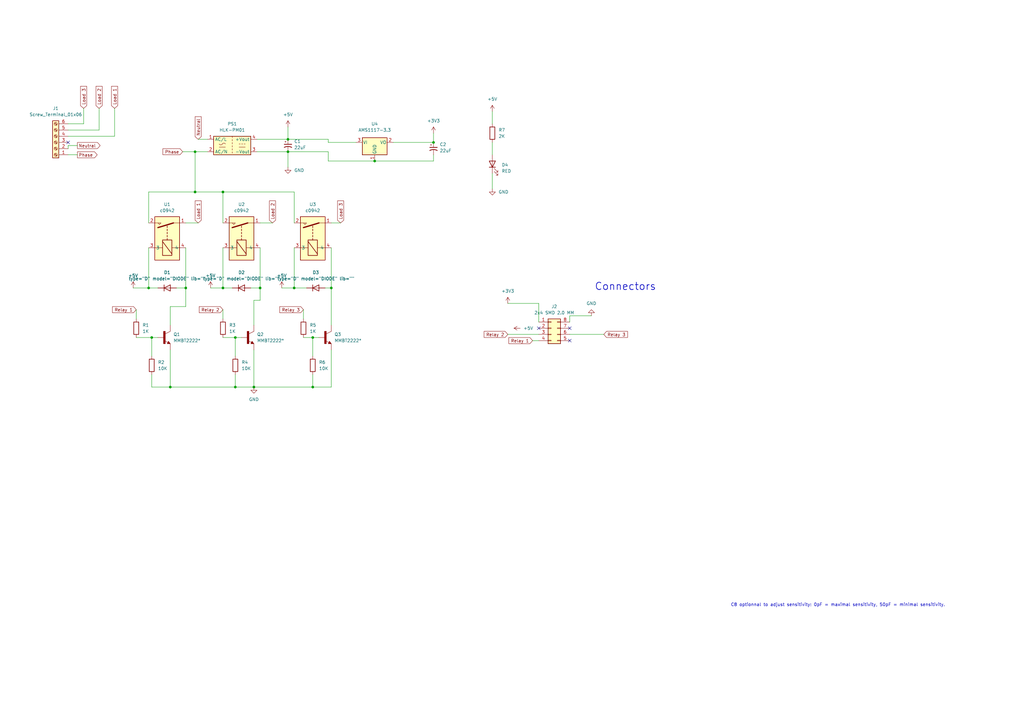
<source format=kicad_sch>
(kicad_sch (version 20211123) (generator eeschema)
  (paper "A3")
  (lib_symbols
    (symbol "Connector:Screw_Terminal_01x06" (pin_names (offset 1.016) hide)
      (property "Reference" "J" (at 0 7.62 0))
      (property "Value" "Screw_Terminal_01x06" (at 0 -10.16 0))
      (symbol "Screw_Terminal_01x06_1_1"
        (rectangle (start -1.27 6.35) (end 1.27 -8.89) (stroke (width 0.254)) (fill (type background)))
        (circle (center 0 -7.62) (radius 0.635) (stroke (width 0.1524)))
        (circle (center 0 -5.08) (radius 0.635) (stroke (width 0.1524)))
        (circle (center 0 -2.54) (radius 0.635) (stroke (width 0.1524)))
        (polyline (pts (xy -0.5334 -7.2898) (xy 0.3302 -8.128)) (stroke (width 0.1524)))
        (polyline (pts (xy -0.5334 -4.7498) (xy 0.3302 -5.588)) (stroke (width 0.1524)))
        (polyline (pts (xy -0.5334 -2.2098) (xy 0.3302 -3.048)) (stroke (width 0.1524)))
        (polyline (pts (xy -0.5334 0.3302) (xy 0.3302 -0.508)) (stroke (width 0.1524)))
        (polyline (pts (xy -0.5334 2.8702) (xy 0.3302 2.032)) (stroke (width 0.1524)))
        (polyline (pts (xy -0.5334 5.4102) (xy 0.3302 4.572)) (stroke (width 0.1524)))
        (polyline (pts (xy -0.3556 -7.112) (xy 0.508 -7.9502)) (stroke (width 0.1524)))
        (polyline (pts (xy -0.3556 -4.572) (xy 0.508 -5.4102)) (stroke (width 0.1524)))
        (polyline (pts (xy -0.3556 -2.032) (xy 0.508 -2.8702)) (stroke (width 0.1524)))
        (polyline (pts (xy -0.3556 0.508) (xy 0.508 -0.3302)) (stroke (width 0.1524)))
        (polyline (pts (xy -0.3556 3.048) (xy 0.508 2.2098)) (stroke (width 0.1524)))
        (polyline (pts (xy -0.3556 5.588) (xy 0.508 4.7498)) (stroke (width 0.1524)))
        (circle (center 0 0) (radius 0.635) (stroke (width 0.1524)))
        (circle (center 0 2.54) (radius 0.635) (stroke (width 0.1524)))
        (circle (center 0 5.08) (radius 0.635) (stroke (width 0.1524)))
        (pin passive line (at -5.08 5.08 0) (length 3.81) (name "Pin_1") (number "1"))
        (pin passive line (at -5.08 2.54 0) (length 3.81) (name "Pin_2") (number "2"))
        (pin passive line (at -5.08 0 0) (length 3.81) (name "Pin_3") (number "3"))
        (pin passive line (at -5.08 -2.54 0) (length 3.81) (name "Pin_4") (number "4"))
        (pin passive line (at -5.08 -5.08 0) (length 3.81) (name "Pin_5") (number "5"))
        (pin passive line (at -5.08 -7.62 0) (length 3.81) (name "Pin_6") (number "6"))
      )
    )
    (symbol "Connector_Generic:Conn_02x04_Counter_Clockwise" (pin_names (offset 1.016) hide)
      (property "Reference" "J" (at 1.27 5.08 0))
      (property "Value" "Conn_02x04_Counter_Clockwise" (at 1.27 -7.62 0))
      (symbol "Conn_02x04_Counter_Clockwise_1_1"
        (rectangle (start -1.27 -4.953) (end 0 -5.207) (stroke (width 0.1524)))
        (rectangle (start -1.27 -2.413) (end 0 -2.667) (stroke (width 0.1524)))
        (rectangle (start -1.27 0.127) (end 0 -0.127) (stroke (width 0.1524)))
        (rectangle (start -1.27 2.667) (end 0 2.413) (stroke (width 0.1524)))
        (rectangle (start -1.27 3.81) (end 3.81 -6.35) (stroke (width 0.254)) (fill (type background)))
        (rectangle (start 3.81 -4.953) (end 2.54 -5.207) (stroke (width 0.1524)))
        (rectangle (start 3.81 -2.413) (end 2.54 -2.667) (stroke (width 0.1524)))
        (rectangle (start 3.81 0.127) (end 2.54 -0.127) (stroke (width 0.1524)))
        (rectangle (start 3.81 2.667) (end 2.54 2.413) (stroke (width 0.1524)))
        (pin passive line (at -5.08 2.54 0) (length 3.81) (name "Pin_1") (number "1"))
        (pin passive line (at -5.08 0 0) (length 3.81) (name "Pin_2") (number "2"))
        (pin passive line (at -5.08 -2.54 0) (length 3.81) (name "Pin_3") (number "3"))
        (pin passive line (at -5.08 -5.08 0) (length 3.81) (name "Pin_4") (number "4"))
        (pin passive line (at 7.62 -5.08 180) (length 3.81) (name "Pin_5") (number "5"))
        (pin passive line (at 7.62 -2.54 180) (length 3.81) (name "Pin_6") (number "6"))
        (pin passive line (at 7.62 0 180) (length 3.81) (name "Pin_7") (number "7"))
        (pin passive line (at 7.62 2.54 180) (length 3.81) (name "Pin_8") (number "8"))
      )
    )
    (symbol "Converter_ACDC:HLK-PM01"
      (property "Reference" "PS" (at 0 5.08 0))
      (property "Value" "HLK-PM01" (at 0 -5.08 0))
      (symbol "HLK-PM01_0_1"
        (rectangle (start -7.62 3.81) (end 7.62 -3.81) (stroke (width 0.254)) (fill (type background)))
        (arc (start -5.334 0.635) (mid -4.699 0.2495) (end -4.064 0.635))
        (arc (start -2.794 0.635) (mid -3.429 1.0072) (end -4.064 0.635))
        (polyline (pts (xy -5.334 -0.635) (xy -2.794 -0.635)))
        (polyline (pts (xy 0 -2.54) (xy 0 -3.175)))
        (polyline (pts (xy 0 -1.27) (xy 0 -1.905)))
        (polyline (pts (xy 0 0) (xy 0 -0.635)))
        (polyline (pts (xy 0 1.27) (xy 0 0.635)))
        (polyline (pts (xy 0 2.54) (xy 0 1.905)))
        (polyline (pts (xy 0 3.81) (xy 0 3.175)))
        (polyline (pts (xy 2.794 -0.635) (xy 5.334 -0.635)))
        (polyline (pts (xy 2.794 0.635) (xy 3.302 0.635)))
        (polyline (pts (xy 3.81 0.635) (xy 4.318 0.635)))
        (polyline (pts (xy 4.826 0.635) (xy 5.334 0.635)))
      )
      (symbol "HLK-PM01_1_1"
        (pin power_in line (at -10.16 2.54 0) (length 2.54) (name "AC/L") (number "1"))
        (pin power_in line (at -10.16 -2.54 0) (length 2.54) (name "AC/N") (number "2"))
        (pin power_out line (at 10.16 -2.54 180) (length 2.54) (name "-Vout") (number "3"))
        (pin power_out line (at 10.16 2.54 180) (length 2.54) (name "+Vout") (number "4"))
      )
    )
    (symbol "Device:C_Polarized_Small_US" (pin_numbers hide) (pin_names (offset 0.254) hide)
      (property "Reference" "C" (at 0.254 1.778 0))
      (property "Value" "C_Polarized_Small_US" (at 0.254 -2.032 0))
      (symbol "C_Polarized_Small_US_0_1"
        (polyline (pts (xy -1.524 0.508) (xy 1.524 0.508)) (stroke (width 0.3048)))
        (polyline (pts (xy -1.27 1.524) (xy -0.762 1.524)))
        (polyline (pts (xy -1.016 1.27) (xy -1.016 1.778)))
        (arc (start 1.524 -0.762) (mid 0 -0.3734) (end -1.524 -0.762) (stroke (width 0.3048)))
      )
      (symbol "C_Polarized_Small_US_1_1"
        (pin passive line (at 0 2.54 270) (length 2.032) (name "~") (number "1"))
        (pin passive line (at 0 -2.54 90) (length 2.032) (name "~") (number "2"))
      )
    )
    (symbol "Device:LED" (pin_numbers hide) (pin_names (offset 1.016) hide)
      (property "Reference" "D" (at 0 2.54 0))
      (property "Value" "LED" (at 0 -2.54 0))
      (symbol "LED_0_1"
        (polyline (pts (xy -1.27 -1.27) (xy -1.27 1.27)) (stroke (width 0.254)))
        (polyline (pts (xy -1.27 0) (xy 1.27 0)))
        (polyline (pts (xy 1.27 -1.27) (xy 1.27 1.27) (xy -1.27 0) (xy 1.27 -1.27)) (stroke (width 0.254)))
        (polyline (pts (xy -3.048 -0.762) (xy -4.572 -2.286) (xy -3.81 -2.286) (xy -4.572 -2.286) (xy -4.572 -1.524)))
        (polyline (pts (xy -1.778 -0.762) (xy -3.302 -2.286) (xy -2.54 -2.286) (xy -3.302 -2.286) (xy -3.302 -1.524)))
      )
      (symbol "LED_1_1"
        (pin passive line (at -3.81 0 0) (length 2.54) (name "K") (number "1"))
        (pin passive line (at 3.81 0 180) (length 2.54) (name "A") (number "2"))
      )
    )
    (symbol "Device:R" (pin_numbers hide) (pin_names (offset 0))
      (property "Reference" "R" (at 2.032 0 90))
      (property "Value" "R" (at 0 0 90))
      (symbol "R_0_1"
        (rectangle (start -1.016 -2.54) (end 1.016 2.54) (stroke (width 0.254)))
      )
      (symbol "R_1_1"
        (pin passive line (at 0 3.81 270) (length 1.27) (name "~") (number "1"))
        (pin passive line (at 0 -3.81 90) (length 1.27) (name "~") (number "2"))
      )
    )
    (symbol "Regulator_Linear:AMS1117-3.3" (pin_names (offset 0.254))
      (property "Reference" "U" (at -3.81 3.175 0))
      (property "Value" "AMS1117-3.3" (at 0 3.175 0))
      (symbol "AMS1117-3.3_0_1"
        (rectangle (start -5.08 -5.08) (end 5.08 1.905) (stroke (width 0.254)) (fill (type background)))
      )
      (symbol "AMS1117-3.3_1_1"
        (pin power_in line (at 0 -7.62 90) (length 2.54) (name "GND") (number "1"))
        (pin power_out line (at 7.62 0 180) (length 2.54) (name "VO") (number "2"))
        (pin power_in line (at -7.62 0 0) (length 2.54) (name "VI") (number "3"))
      )
    )
    (symbol "Relay:c0942"
      (property "Reference" "U" (at 0 -20.32 0))
      (property "Value" "c0942" (at 0 0 0))
      (symbol "c0942_0_0"
        (polyline (pts (xy 5.08 -16.51) (xy 2.54 -16.51) (xy 3.175 -15.875) (xy 3.81 -16.51)))
      )
      (symbol "c0942_0_1"
        (polyline (pts (xy -5.08 -6.35) (xy -1.905 -6.35)))
        (polyline (pts (xy -2.54 -16.51) (xy -5.08 -16.51)))
        (polyline (pts (xy -2.54 -16.51) (xy 3.81 -14.605)) (stroke (width 0.508)))
        (polyline (pts (xy -1.905 -3.81) (xy 1.905 -8.89)) (stroke (width 0.254)))
        (polyline (pts (xy 0 -14.605) (xy 0 -15.24)) (stroke (width 0.254)))
        (polyline (pts (xy 0 -13.335) (xy 0 -13.97)) (stroke (width 0.254)))
        (polyline (pts (xy 0 -12.065) (xy 0 -12.7)) (stroke (width 0.254)))
        (polyline (pts (xy 0 -10.795) (xy 0 -11.43)) (stroke (width 0.254)))
        (polyline (pts (xy 0 -9.525) (xy 0 -10.16)) (stroke (width 0.254)))
        (polyline (pts (xy 5.08 -6.35) (xy 1.905 -6.35)))
        (rectangle (start 1.905 -3.175) (end -1.905 -9.525) (stroke (width 0.254)))
        (rectangle (start 5.08 -1.27) (end -5.08 -19.05) (stroke (width 0.254)) (fill (type background)))
      )
      (symbol "c0942_1_1"
        (pin passive line (at -7.62 -16.51 0) (length 2.54) (name "~") (number "1"))
        (pin passive line (at -7.62 -16.51 0) (length 2.54) hide (name "~") (number "14"))
        (pin passive line (at 7.62 -16.51 180) (length 2.54) (name "~") (number "2"))
        (pin passive line (at 7.62 -6.35 180) (length 2.54) (name "3") (number "3"))
        (pin passive line (at -7.62 -6.35 0) (length 2.54) (name "4") (number "4"))
        (pin passive line (at 7.62 -16.51 180) (length 2.54) hide (name "~") (number "8"))
      )
    )
    (symbol "Simulation_SPICE:DIODE" (pin_numbers hide) (pin_names (offset 1.016) hide)
      (property "Reference" "D" (at 0 2.54 0))
      (property "Value" "DIODE" (at 0 -2.54 0))
      (symbol "DIODE_0_1"
        (polyline (pts (xy 1.27 0) (xy -1.27 0)))
        (polyline (pts (xy 1.27 1.27) (xy 1.27 -1.27)) (stroke (width 0.254)))
        (polyline (pts (xy -1.27 -1.27) (xy -1.27 1.27) (xy 1.27 0) (xy -1.27 -1.27)) (stroke (width 0.254)))
      )
      (symbol "DIODE_1_1"
        (pin passive line (at -3.81 0 0) (length 2.54) (name "A") (number "1"))
        (pin passive line (at 3.81 0 180) (length 2.54) (name "K") (number "2"))
      )
    )
    (symbol "mmbt2222:MMBT2222*" (pin_numbers hide) (pin_names (offset 1.016) hide)
      (property "Reference" "Q" (at -10.16 7.62 0))
      (property "Value" "MMBT2222*" (at -10.1854 5.08 0))
      (symbol "MMBT2222*_0_0"
        (rectangle (start -0.254 -2.54) (end 0.508 2.54) (fill (type outline)))
        (polyline (pts (xy 1.27 -2.54) (xy 1.778 -1.524)) (stroke (width 0.1524)))
        (polyline (pts (xy 1.524 -2.413) (xy 2.286 -2.413)) (stroke (width 0.254)))
        (polyline (pts (xy 1.524 -2.286) (xy 1.905 -2.286)) (stroke (width 0.254)))
        (polyline (pts (xy 1.5494 -2.032) (xy 0.3048 -1.4224)) (stroke (width 0.1524)))
        (polyline (pts (xy 1.778 -1.778) (xy 1.524 -2.286)) (stroke (width 0.254)))
        (polyline (pts (xy 1.778 -1.524) (xy 2.54 -2.54)) (stroke (width 0.1524)))
        (polyline (pts (xy 1.905 -2.286) (xy 1.778 -2.032)) (stroke (width 0.254)))
        (polyline (pts (xy 2.286 -2.413) (xy 1.778 -1.778)) (stroke (width 0.254)))
        (polyline (pts (xy 2.54 -2.54) (xy 1.27 -2.54)) (stroke (width 0.1524)))
        (polyline (pts (xy 2.54 2.54) (xy 0.508 1.524)) (stroke (width 0.1524)))
        (pin passive line (at -2.54 0 0) (length 2.54) (name "~") (number "B"))
        (pin passive line (at 2.54 5.08 270) (length 2.54) (name "~") (number "C"))
        (pin passive line (at 2.54 -5.08 90) (length 2.54) (name "~") (number "E"))
      )
    )
    (symbol "power:+3V3" (power) (pin_names (offset 0))
      (property "Value" "+3V3" (at 0 3.556 0))
      (symbol "+3V3_0_1"
        (polyline (pts (xy -0.762 1.27) (xy 0 2.54)))
        (polyline (pts (xy 0 0) (xy 0 2.54)))
        (polyline (pts (xy 0 2.54) (xy 0.762 1.27)))
      )
      (symbol "+3V3_1_1"
        (pin power_in line (at 0 0 90) (length 0) hide (name "+3V3") (number "1"))
      )
    )
    (symbol "power:+5V" (power) (pin_names (offset 0))
      (property "Value" "+5V" (at 0 3.556 0))
      (symbol "+5V_0_1"
        (polyline (pts (xy -0.762 1.27) (xy 0 2.54)))
        (polyline (pts (xy 0 0) (xy 0 2.54)))
        (polyline (pts (xy 0 2.54) (xy 0.762 1.27)))
      )
      (symbol "+5V_1_1"
        (pin power_in line (at 0 0 90) (length 0) hide (name "+5V") (number "1"))
      )
    )
    (symbol "power:GND" (power) (pin_names (offset 0))
      (property "Value" "GND" (at 0 -3.81 0))
      (symbol "GND_0_1"
        (polyline (pts (xy 0 0) (xy 0 -1.27) (xy 1.27 -1.27) (xy 0 -2.54) (xy -1.27 -1.27) (xy 0 -1.27)))
      )
      (symbol "GND_1_1"
        (pin power_in line (at 0 0 270) (length 0) hide (name "GND") (number "1"))
      )
    )
  )
  (junction (at 118.11 62.23))
  (junction (at 118.11 57.15))
  (junction (at 91.44 78.74))
  (junction (at 104.14 158.75))
  (junction (at 76.2 118.11))
  (junction (at 106.68 118.11))
  (junction (at 96.52 138.43))
  (junction (at 153.67 66.04))
  (junction (at 96.52 158.75))
  (junction (at 135.89 118.11))
  (junction (at 80.01 62.23))
  (junction (at 80.01 78.74))
  (junction (at 60.96 118.11))
  (junction (at 91.44 118.11))
  (junction (at 120.65 118.11))
  (junction (at 62.23 138.43))
  (junction (at 128.27 138.43))
  (junction (at 69.85 158.75))
  (junction (at 128.27 158.75))
  (junction (at 177.8 58.42))
  (no_connect (at 220.98 134.62))
  (no_connect (at 233.68 134.62))
  (no_connect (at 27.94 58.42))
  (no_connect (at 233.68 139.7))
  (wire (pts (xy 69.85 158.75) (xy 96.52 158.75)))
  (wire (pts (xy 91.44 118.11) (xy 95.25 118.11)))
  (wire (pts (xy 91.44 78.74) (xy 80.01 78.74)))
  (wire (pts (xy 80.01 62.23) (xy 80.01 78.74)))
  (wire (pts (xy 104.14 123.19) (xy 106.68 123.19)))
  (wire (pts (xy 106.68 101.6) (xy 106.68 118.11)))
  (wire (pts (xy 27.94 60.96) (xy 27.94 59.69)))
  (wire (pts (xy 177.8 63.5) (xy 177.8 66.04)))
  (wire (pts (xy 76.2 91.44) (xy 81.28 91.44)))
  (wire (pts (xy 104.14 133.35) (xy 104.14 123.19)))
  (wire (pts (xy 27.94 53.34) (xy 40.64 53.34)))
  (wire (pts (xy 106.68 91.44) (xy 111.76 91.44)))
  (wire (pts (xy 46.99 55.88) (xy 46.99 44.45)))
  (wire (pts (xy 120.65 78.74) (xy 91.44 78.74)))
  (wire (pts (xy 76.2 118.11) (xy 72.39 118.11)))
  (wire (pts (xy 76.2 101.6) (xy 76.2 118.11)))
  (wire (pts (xy 106.68 123.19) (xy 106.68 118.11)))
  (wire (pts (xy 118.11 62.23) (xy 118.11 68.58)))
  (wire (pts (xy 135.89 91.44) (xy 139.7 91.44)))
  (wire (pts (xy 134.62 57.15) (xy 118.11 57.15)))
  (wire (pts (xy 81.28 57.15) (xy 85.09 57.15)))
  (wire (pts (xy 208.28 124.46) (xy 220.98 124.46)))
  (wire (pts (xy 106.68 118.11) (xy 102.87 118.11)))
  (wire (pts (xy 118.11 52.07) (xy 118.11 57.15)))
  (wire (pts (xy 233.68 129.54) (xy 233.68 132.08)))
  (wire (pts (xy 91.44 101.6) (xy 91.44 118.11)))
  (wire (pts (xy 120.65 91.44) (xy 120.65 78.74)))
  (wire (pts (xy 134.62 62.23) (xy 134.62 66.04)))
  (wire (pts (xy 128.27 138.43) (xy 128.27 146.05)))
  (wire (pts (xy 120.65 101.6) (xy 120.65 118.11)))
  (wire (pts (xy 60.96 118.11) (xy 64.77 118.11)))
  (wire (pts (xy 55.88 138.43) (xy 62.23 138.43)))
  (wire (pts (xy 86.36 118.11) (xy 91.44 118.11)))
  (wire (pts (xy 54.61 118.11) (xy 60.96 118.11)))
  (wire (pts (xy 201.93 45.72) (xy 201.93 50.8)))
  (wire (pts (xy 135.89 143.51) (xy 135.89 158.75)))
  (wire (pts (xy 135.89 118.11) (xy 133.35 118.11)))
  (wire (pts (xy 74.93 62.23) (xy 80.01 62.23)))
  (wire (pts (xy 177.8 54.61) (xy 177.8 58.42)))
  (wire (pts (xy 128.27 158.75) (xy 104.14 158.75)))
  (wire (pts (xy 146.05 58.42) (xy 134.62 58.42)))
  (wire (pts (xy 115.57 118.11) (xy 120.65 118.11)))
  (wire (pts (xy 76.2 125.73) (xy 76.2 118.11)))
  (wire (pts (xy 135.89 101.6) (xy 135.89 118.11)))
  (wire (pts (xy 27.94 50.8) (xy 34.29 50.8)))
  (wire (pts (xy 201.93 58.42) (xy 201.93 63.5)))
  (wire (pts (xy 62.23 153.67) (xy 62.23 158.75)))
  (wire (pts (xy 34.29 50.8) (xy 34.29 44.45)))
  (wire (pts (xy 105.41 57.15) (xy 118.11 57.15)))
  (wire (pts (xy 91.44 127) (xy 91.44 130.81)))
  (wire (pts (xy 120.65 118.11) (xy 125.73 118.11)))
  (wire (pts (xy 233.68 137.16) (xy 247.65 137.16)))
  (wire (pts (xy 91.44 78.74) (xy 91.44 91.44)))
  (wire (pts (xy 242.57 129.54) (xy 233.68 129.54)))
  (wire (pts (xy 60.96 78.74) (xy 60.96 91.44)))
  (wire (pts (xy 62.23 158.75) (xy 69.85 158.75)))
  (wire (pts (xy 27.94 63.5) (xy 31.75 63.5)))
  (wire (pts (xy 128.27 138.43) (xy 130.81 138.43)))
  (wire (pts (xy 27.94 55.88) (xy 46.99 55.88)))
  (wire (pts (xy 128.27 153.67) (xy 128.27 158.75)))
  (wire (pts (xy 201.93 71.12) (xy 201.93 77.47)))
  (wire (pts (xy 91.44 138.43) (xy 96.52 138.43)))
  (wire (pts (xy 104.14 143.51) (xy 104.14 158.75)))
  (wire (pts (xy 69.85 133.35) (xy 69.85 125.73)))
  (wire (pts (xy 118.11 62.23) (xy 134.62 62.23)))
  (wire (pts (xy 134.62 66.04) (xy 153.67 66.04)))
  (wire (pts (xy 62.23 138.43) (xy 64.77 138.43)))
  (wire (pts (xy 105.41 62.23) (xy 118.11 62.23)))
  (wire (pts (xy 40.64 53.34) (xy 40.64 44.45)))
  (wire (pts (xy 218.44 139.7) (xy 220.98 139.7)))
  (wire (pts (xy 96.52 158.75) (xy 104.14 158.75)))
  (wire (pts (xy 69.85 143.51) (xy 69.85 158.75)))
  (wire (pts (xy 60.96 101.6) (xy 60.96 118.11)))
  (wire (pts (xy 153.67 66.04) (xy 177.8 66.04)))
  (wire (pts (xy 135.89 158.75) (xy 128.27 158.75)))
  (wire (pts (xy 27.94 59.69) (xy 31.75 59.69)))
  (wire (pts (xy 69.85 125.73) (xy 76.2 125.73)))
  (wire (pts (xy 96.52 138.43) (xy 99.06 138.43)))
  (wire (pts (xy 135.89 118.11) (xy 135.89 133.35)))
  (wire (pts (xy 161.29 58.42) (xy 177.8 58.42)))
  (wire (pts (xy 220.98 124.46) (xy 220.98 132.08)))
  (wire (pts (xy 96.52 153.67) (xy 96.52 158.75)))
  (wire (pts (xy 124.46 138.43) (xy 128.27 138.43)))
  (wire (pts (xy 62.23 138.43) (xy 62.23 146.05)))
  (wire (pts (xy 96.52 138.43) (xy 96.52 146.05)))
  (wire (pts (xy 134.62 58.42) (xy 134.62 57.15)))
  (wire (pts (xy 80.01 78.74) (xy 60.96 78.74)))
  (wire (pts (xy 85.09 62.23) (xy 80.01 62.23)))
  (wire (pts (xy 208.28 137.16) (xy 220.98 137.16)))
  (wire (pts (xy 55.88 127) (xy 55.88 130.81)))
  (wire (pts (xy 124.46 127) (xy 124.46 130.81)))
  (text "C8 optionnal to adjust sensitivity: 0pF = maximal sensitivity, 50pF = minimal sensitivity." (at 299.72 248.92 0) (effects (font (size 1.27 1.27)) (justify left bottom)))
  (text "Connectors\n" (at 243.84 119.38 0) (effects (font (size 3 3) (thickness 0.254) bold) (justify left bottom)))
  (global_label "Relay 3" (shape input) (at 124.46 127 180) (property "Intersheet References" "${INTERSHEET_REFS}" (effects hide)))
  (global_label "Load 1" (shape input) (at 81.28 91.44 90) (property "Intersheet References" "${INTERSHEET_REFS}" (effects hide)))
  (global_label "Neutral" (shape input) (at 81.28 57.15 90) (property "Intersheet References" "${INTERSHEET_REFS}" (effects hide)))
  (global_label "Load 3" (shape input) (at 139.7 91.44 90) (property "Intersheet References" "${INTERSHEET_REFS}" (effects hide)))
  (global_label "Relay 2" (shape input) (at 208.28 137.16 180) (property "Intersheet References" "${INTERSHEET_REFS}" (effects hide)))
  (global_label "Load 3" (shape input) (at 34.29 44.45 90) (property "Intersheet References" "${INTERSHEET_REFS}" (effects hide)))
  (global_label "Load 2" (shape input) (at 111.76 91.44 90) (property "Intersheet References" "${INTERSHEET_REFS}" (effects hide)))
  (global_label "Phase" (shape input) (at 74.93 62.23 180) (property "Intersheet References" "${INTERSHEET_REFS}" (effects hide)))
  (global_label "Neutral" (shape output) (at 31.75 59.69 0) (property "Intersheet References" "${INTERSHEET_REFS}" (effects hide)))
  (global_label "Relay 1" (shape input) (at 55.88 127 180) (property "Intersheet References" "${INTERSHEET_REFS}" (effects hide)))
  (global_label "Load 1" (shape input) (at 46.99 44.45 90) (property "Intersheet References" "${INTERSHEET_REFS}" (effects hide)))
  (global_label "Relay 2" (shape input) (at 91.44 127 180) (property "Intersheet References" "${INTERSHEET_REFS}" (effects hide)))
  (global_label "Phase" (shape output) (at 31.75 63.5 0) (property "Intersheet References" "${INTERSHEET_REFS}" (effects hide)))
  (global_label "Relay 1" (shape input) (at 218.44 139.7 180) (property "Intersheet References" "${INTERSHEET_REFS}" (effects hide)))
  (global_label "Load 2" (shape input) (at 40.64 44.45 90) (property "Intersheet References" "${INTERSHEET_REFS}" (effects hide)))
  (global_label "Relay 3" (shape input) (at 247.65 137.16 0) (property "Intersheet References" "${INTERSHEET_REFS}" (effects hide)))
  (symbol (lib_id "power:+5V") (at 115.57 118.11 0) (unit 1)
    (property "Reference" "#PWR04" (effects hide))
    (property "Value" "+5V" (at 115.57 113.03 0))
  )
  (symbol (lib_id "Device:C_Polarized_Small_US") (at 177.8 60.96 0) (unit 1)
    (property "Reference" "C2" (at 180.34 59.2581 0) (effects (justify left)))
    (property "Value" "22uF" (at 180.34 61.7981 0) (effects (justify left)))
    (property "Footprint" "Capacitor_Tantalum_SMD:CP_EIA-1608-10_AVX-L" (effects hide))
  )
  (symbol (lib_id "power:GND") (at 104.14 158.75 0) (unit 1)
    (property "Reference" "#PWR03" (effects hide))
    (property "Value" "GND" (at 104.14 163.83 0))
  )
  (symbol (lib_id "mmbt2222:MMBT2222*") (at 101.6 138.43 0) (unit 1)
    (property "Reference" "Q2" (at 105.41 137.1599 0) (effects (justify left)))
    (property "Value" "MMBT2222*" (at 105.41 139.6999 0) (effects (justify left)))
    (property "Footprint" "MMBT:SOT23-BEC" (effects hide))
  )
  (symbol (lib_id "power:+3V3") (at 177.8 54.61 0) (unit 1)
    (property "Reference" "#PWR07" (effects hide))
    (property "Value" "+3V3" (at 177.8 49.53 0))
  )
  (symbol (lib_id "Connector:Screw_Terminal_01x06") (at 22.86 58.42 180) (unit 1)
    (property "Reference" "J1" (at 22.86 44.45 0))
    (property "Value" "Screw_Terminal_01x06" (at 22.86 46.99 0))
    (property "Footprint" "Converter_ACDC:touch-relay" (effects hide))
  )
  (symbol (lib_id "power:+5V") (at 213.36 134.62 90) (unit 1)
    (property "Reference" "#PWR011" (effects hide))
    (property "Value" "+5V" (at 214.63 134.6199 90) (effects (justify right)))
  )
  (symbol (lib_id "Relay:c0942") (at 128.27 107.95 180) (unit 1)
    (property "Reference" "U3" (at 128.27 83.82 0))
    (property "Value" "c0942" (at 128.27 86.36 0))
    (property "Footprint" "Relay_THT:c0942" (effects hide))
  )
  (symbol (lib_id "power:GND") (at 242.57 129.54 0) (mirror x) (unit 1)
    (property "Reference" "#PWR012" (effects hide))
    (property "Value" "GND" (at 242.57 124.46 0))
  )
  (symbol (lib_id "Device:R") (at 91.44 134.62 180) (unit 1)
    (property "Reference" "R3" (at 93.98 133.3499 0) (effects (justify right)))
    (property "Value" "1K" (at 93.98 135.8899 0) (effects (justify right)))
    (property "Footprint" "Resistor_SMD:R_0603_1608Metric_Pad0.98x0.95mm_HandSolder" (effects hide))
  )
  (symbol (lib_id "power:GND") (at 201.93 77.47 0) (unit 1)
    (property "Reference" "#PWR09" (effects hide))
    (property "Value" "GND" (at 204.47 78.7399 0) (effects (justify left)))
  )
  (symbol (lib_id "Device:R") (at 55.88 134.62 180) (unit 1)
    (property "Reference" "R1" (at 58.42 133.3499 0) (effects (justify right)))
    (property "Value" "1K" (at 58.42 135.8899 0) (effects (justify right)))
    (property "Footprint" "Resistor_SMD:R_0603_1608Metric_Pad0.98x0.95mm_HandSolder" (effects hide))
  )
  (symbol (lib_id "Relay:c0942") (at 68.58 107.95 180) (unit 1)
    (property "Reference" "U1" (at 68.58 83.82 0))
    (property "Value" "c0942" (at 68.58 86.36 0))
    (property "Footprint" "Relay_THT:c0942" (effects hide))
  )
  (symbol (lib_id "Device:R") (at 201.93 54.61 180) (unit 1)
    (property "Reference" "R7" (at 204.47 53.3399 0) (effects (justify right)))
    (property "Value" "2K" (at 204.47 55.8799 0) (effects (justify right)))
    (property "Footprint" "Resistor_SMD:R_0603_1608Metric_Pad0.98x0.95mm_HandSolder" (effects hide))
  )
  (symbol (lib_id "Device:LED") (at 201.93 67.31 90) (unit 1)
    (property "Reference" "D4" (at 205.74 67.6274 90) (effects (justify right)))
    (property "Value" "RED" (at 205.74 70.1674 90) (effects (justify right)))
    (property "Footprint" "LED_SMD:LED_0603_1608Metric_Pad1.05x0.95mm_HandSolder" (effects hide))
  )
  (symbol (lib_id "Relay:c0942") (at 99.06 107.95 180) (unit 1)
    (property "Reference" "U2" (at 99.06 83.82 0))
    (property "Value" "c0942" (at 99.06 86.36 0))
    (property "Footprint" "Relay_THT:c0942" (effects hide))
  )
  (symbol (lib_id "Connector_Generic:Conn_02x04_Counter_Clockwise") (at 226.06 134.62 0) (unit 1)
    (property "Reference" "J2" (at 227.33 125.73 0))
    (property "Value" "2x4 SMD 2.0 MM" (at 227.33 128.27 0))
    (property "Footprint" "Connector_PinHeader_2.00mm:PinHeader_2x04_P2.00mm_Vertical" (effects hide))
  )
  (symbol (lib_id "power:+5V") (at 54.61 118.11 0) (unit 1)
    (property "Reference" "#PWR01" (effects hide))
    (property "Value" "+5V" (at 54.61 113.03 0))
  )
  (symbol (lib_id "mmbt2222:MMBT2222*") (at 67.31 138.43 0) (unit 1)
    (property "Reference" "Q1" (at 71.12 137.1599 0) (effects (justify left)))
    (property "Value" "MMBT2222*" (at 71.12 139.6999 0) (effects (justify left)))
    (property "Footprint" "MMBT:SOT23-BEC" (effects hide))
  )
  (symbol (lib_id "mmbt2222:MMBT2222*") (at 133.35 138.43 0) (unit 1)
    (property "Reference" "Q3" (at 137.16 137.1599 0) (effects (justify left)))
    (property "Value" "MMBT2222*" (at 137.16 139.6999 0) (effects (justify left)))
    (property "Footprint" "MMBT:SOT23-BEC" (effects hide))
  )
  (symbol (lib_id "Regulator_Linear:AMS1117-3.3") (at 153.67 58.42 0) (unit 1)
    (property "Reference" "U4" (at 153.67 50.8 0))
    (property "Value" "AMS1117-3.3" (at 153.67 53.34 0))
    (property "Footprint" "Package_TO_SOT_SMD:SOT-223-3_TabPin2" (effects hide))
    (property "Datasheet" "http://www.advanced-monolithic.com/pdf/ds1117.pdf" (effects hide))
  )
  (symbol (lib_id "power:+3V3") (at 208.28 124.46 0) (mirror y) (unit 1)
    (property "Reference" "#PWR010" (effects hide))
    (property "Value" "+3V3" (at 208.28 119.38 0))
  )
  (symbol (lib_id "Device:R") (at 62.23 149.86 180) (unit 1)
    (property "Reference" "R2" (at 64.77 148.5899 0) (effects (justify right)))
    (property "Value" "10K" (at 64.77 151.1299 0) (effects (justify right)))
    (property "Footprint" "Resistor_SMD:R_0603_1608Metric_Pad0.98x0.95mm_HandSolder" (effects hide))
  )
  (symbol (lib_id "Simulation_SPICE:DIODE") (at 68.58 118.11 180) (unit 1)
    (property "Reference" "D1" (at 68.58 111.76 0))
    (property "Value" "DIODE" (at 68.58 114.3 0))
    (property "Footprint" "Diode_SMD:D_2114_3652Metric_Pad1.85x3.75mm_HandSolder" (effects hide))
    (property "Spice_Netlist_Enabled" "Y" (effects hide))
    (property "Spice_Primitive" "D" (effects hide))
  )
  (symbol (lib_id "Device:C_Polarized_Small_US") (at 118.11 59.69 0) (unit 1)
    (property "Reference" "C1" (at 120.65 57.9881 0) (effects (justify left)))
    (property "Value" "22uF" (at 120.65 60.5281 0) (effects (justify left)))
    (property "Footprint" "Capacitor_Tantalum_SMD:CP_EIA-1608-10_AVX-L" (effects hide))
  )
  (symbol (lib_id "power:GND") (at 118.11 68.58 0) (unit 1)
    (property "Reference" "#PWR06" (effects hide))
    (property "Value" "GND" (at 120.65 69.8499 0) (effects (justify left)))
  )
  (symbol (lib_id "Converter_ACDC:HLK-PM01") (at 95.25 59.69 0) (unit 1)
    (property "Reference" "PS1" (at 95.25 50.8 0))
    (property "Value" "HLK-PM01" (at 95.25 53.34 0))
    (property "Footprint" "Converter_ACDC:Converter_ACDC_HiLink_HLK-PMxx" (effects hide))
    (property "Datasheet" "http://www.hlktech.net/product_detail.php?ProId=54" (effects hide))
  )
  (symbol (lib_id "Device:R") (at 124.46 134.62 180) (unit 1)
    (property "Reference" "R5" (at 127 133.3499 0) (effects (justify right)))
    (property "Value" "1K" (at 127 135.8899 0) (effects (justify right)))
    (property "Footprint" "Resistor_SMD:R_0603_1608Metric_Pad0.98x0.95mm_HandSolder" (effects hide))
  )
  (symbol (lib_id "power:+5V") (at 86.36 118.11 0) (unit 1)
    (property "Reference" "#PWR02" (effects hide))
    (property "Value" "+5V" (at 86.36 113.03 0))
  )
  (symbol (lib_id "Device:R") (at 128.27 149.86 180) (unit 1)
    (property "Reference" "R6" (at 130.81 148.5899 0) (effects (justify right)))
    (property "Value" "10K" (at 130.81 151.1299 0) (effects (justify right)))
    (property "Footprint" "Resistor_SMD:R_0603_1608Metric_Pad0.98x0.95mm_HandSolder" (effects hide))
  )
  (symbol (lib_id "Device:R") (at 96.52 149.86 180) (unit 1)
    (property "Reference" "R4" (at 99.06 148.5899 0) (effects (justify right)))
    (property "Value" "10K" (at 99.06 151.1299 0) (effects (justify right)))
    (property "Footprint" "Resistor_SMD:R_0603_1608Metric_Pad0.98x0.95mm_HandSolder" (effects hide))
  )
  (symbol (lib_id "power:+5V") (at 118.11 52.07 0) (unit 1)
    (property "Reference" "#PWR05" (effects hide))
    (property "Value" "+5V" (at 118.11 46.99 0))
  )
  (symbol (lib_id "Simulation_SPICE:DIODE") (at 99.06 118.11 180) (unit 1)
    (property "Reference" "D2" (at 99.06 111.76 0))
    (property "Value" "DIODE" (at 99.06 114.3 0))
    (property "Footprint" "Diode_SMD:D_2114_3652Metric_Pad1.85x3.75mm_HandSolder" (effects hide))
    (property "Spice_Netlist_Enabled" "Y" (effects hide))
    (property "Spice_Primitive" "D" (effects hide))
  )
  (symbol (lib_id "power:+5V") (at 201.93 45.72 0) (unit 1)
    (property "Reference" "#PWR08" (effects hide))
    (property "Value" "+5V" (at 201.93 40.64 0))
  )
  (symbol (lib_id "Simulation_SPICE:DIODE") (at 129.54 118.11 180) (unit 1)
    (property "Reference" "D3" (at 129.54 111.76 0))
    (property "Value" "DIODE" (at 129.54 114.3 0))
    (property "Footprint" "Diode_SMD:D_2114_3652Metric_Pad1.85x3.75mm_HandSolder" (effects hide))
    (property "Spice_Netlist_Enabled" "Y" (effects hide))
    (property "Spice_Primitive" "D" (effects hide))
  )
)
</source>
